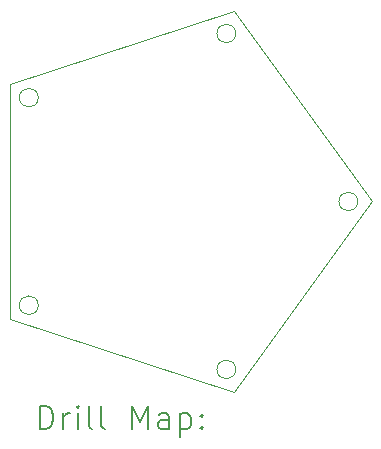
<source format=gbr>
%TF.GenerationSoftware,KiCad,Pcbnew,(6.0.8-1)-1*%
%TF.CreationDate,2022-11-30T21:42:04-05:00*%
%TF.ProjectId,Untitled,556e7469-746c-4656-942e-6b696361645f,rev?*%
%TF.SameCoordinates,Original*%
%TF.FileFunction,Drillmap*%
%TF.FilePolarity,Positive*%
%FSLAX45Y45*%
G04 Gerber Fmt 4.5, Leading zero omitted, Abs format (unit mm)*
G04 Created by KiCad (PCBNEW (6.0.8-1)-1) date 2022-11-30 21:42:04*
%MOMM*%
%LPD*%
G01*
G04 APERTURE LIST*
%ADD10C,0.100000*%
%ADD11C,0.200000*%
G04 APERTURE END LIST*
D10*
X9244000Y-4922000D02*
G75*
G03*
X9244000Y-4922000I-80000J0D01*
G01*
X9244000Y-6680000D02*
G75*
G03*
X9244000Y-6680000I-80000J0D01*
G01*
X10898000Y-4188000D02*
X9002000Y-4804000D01*
X9002000Y-6798000D02*
X10898000Y-7414000D01*
X9002000Y-4804000D02*
X9002000Y-6798000D01*
X12069000Y-5801000D02*
X10898000Y-7414000D01*
X11949000Y-5801000D02*
G75*
G03*
X11949000Y-5801000I-80000J0D01*
G01*
X10916000Y-7223000D02*
G75*
G03*
X10916000Y-7223000I-80000J0D01*
G01*
X10916000Y-4379000D02*
G75*
G03*
X10916000Y-4379000I-80000J0D01*
G01*
X12069000Y-5801000D02*
X10898000Y-4188000D01*
D11*
X9254619Y-7729476D02*
X9254619Y-7529476D01*
X9302238Y-7529476D01*
X9330810Y-7539000D01*
X9349857Y-7558048D01*
X9359381Y-7577095D01*
X9368905Y-7615190D01*
X9368905Y-7643762D01*
X9359381Y-7681857D01*
X9349857Y-7700905D01*
X9330810Y-7719952D01*
X9302238Y-7729476D01*
X9254619Y-7729476D01*
X9454619Y-7729476D02*
X9454619Y-7596143D01*
X9454619Y-7634238D02*
X9464143Y-7615190D01*
X9473667Y-7605667D01*
X9492714Y-7596143D01*
X9511762Y-7596143D01*
X9578429Y-7729476D02*
X9578429Y-7596143D01*
X9578429Y-7529476D02*
X9568905Y-7539000D01*
X9578429Y-7548524D01*
X9587952Y-7539000D01*
X9578429Y-7529476D01*
X9578429Y-7548524D01*
X9702238Y-7729476D02*
X9683190Y-7719952D01*
X9673667Y-7700905D01*
X9673667Y-7529476D01*
X9807000Y-7729476D02*
X9787952Y-7719952D01*
X9778429Y-7700905D01*
X9778429Y-7529476D01*
X10035571Y-7729476D02*
X10035571Y-7529476D01*
X10102238Y-7672333D01*
X10168905Y-7529476D01*
X10168905Y-7729476D01*
X10349857Y-7729476D02*
X10349857Y-7624714D01*
X10340333Y-7605667D01*
X10321286Y-7596143D01*
X10283190Y-7596143D01*
X10264143Y-7605667D01*
X10349857Y-7719952D02*
X10330810Y-7729476D01*
X10283190Y-7729476D01*
X10264143Y-7719952D01*
X10254619Y-7700905D01*
X10254619Y-7681857D01*
X10264143Y-7662809D01*
X10283190Y-7653286D01*
X10330810Y-7653286D01*
X10349857Y-7643762D01*
X10445095Y-7596143D02*
X10445095Y-7796143D01*
X10445095Y-7605667D02*
X10464143Y-7596143D01*
X10502238Y-7596143D01*
X10521286Y-7605667D01*
X10530810Y-7615190D01*
X10540333Y-7634238D01*
X10540333Y-7691381D01*
X10530810Y-7710428D01*
X10521286Y-7719952D01*
X10502238Y-7729476D01*
X10464143Y-7729476D01*
X10445095Y-7719952D01*
X10626048Y-7710428D02*
X10635571Y-7719952D01*
X10626048Y-7729476D01*
X10616524Y-7719952D01*
X10626048Y-7710428D01*
X10626048Y-7729476D01*
X10626048Y-7605667D02*
X10635571Y-7615190D01*
X10626048Y-7624714D01*
X10616524Y-7615190D01*
X10626048Y-7605667D01*
X10626048Y-7624714D01*
M02*

</source>
